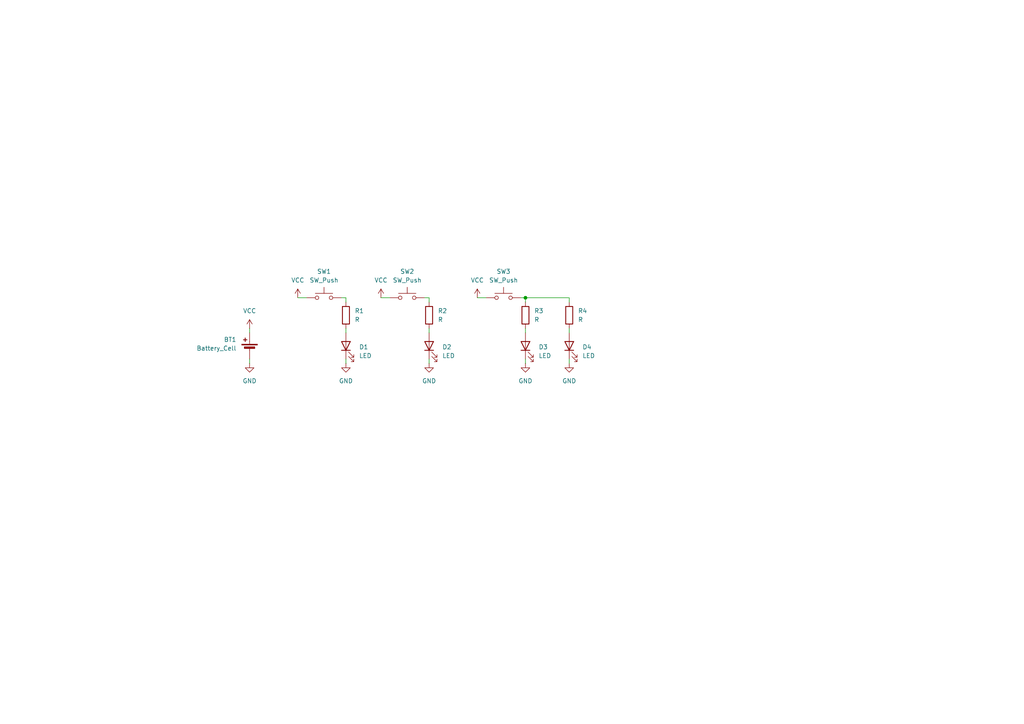
<source format=kicad_sch>
(kicad_sch (version 20250114) (generator "eeschema") (generator_version "9.0")
  (paper "A4")
  (lib_symbols
    (symbol "Device:Battery_Cell" (pin_numbers (hide yes)) (pin_names (offset 0) (hide yes))
      (property "Reference" "BT" (at 2.54 2.54 0))
      (property "Value" "Battery_Cell" (at 2.54 0 0))
      (symbol "Battery_Cell_0_1"
        (rectangle (start -2.286 1.778) (end 2.286 1.524) (fill (type outline)))
        (rectangle (start -1.524 1.016) (end 1.524 0.508) (fill (type outline)))
        (polyline (pts (xy 0 1.778) (xy 0 2.54)))
        (polyline (pts (xy 0 0.762) (xy 0 0)))
        (polyline (pts (xy 0.762 3.048) (xy 1.778 3.048)) (stroke (width 0.254)))
        (polyline (pts (xy 1.27 3.556) (xy 1.27 2.54)) (stroke (width 0.254)))
      )
      (symbol "Battery_Cell_1_1"
        (pin passive line (at 0 5.08 270) (length 2.54) (name "+") (number "1"))
        (pin passive line (at 0 -2.54 90) (length 2.54) (name "-") (number "2"))
      )
    )
    (symbol "Device:LED" (pin_numbers (hide yes)) (pin_names (offset 1.016) (hide yes))
      (property "Reference" "D" (at 0 2.54 0))
      (property "Value" "LED" (at 0 -2.54 0))
      (symbol "LED_0_1"
        (polyline (pts (xy -3.048 -0.762) (xy -4.572 -2.286) (xy -3.81 -2.286) (xy -4.572 -2.286) (xy -4.572 -1.524)))
        (polyline (pts (xy -1.778 -0.762) (xy -3.302 -2.286) (xy -2.54 -2.286) (xy -3.302 -2.286) (xy -3.302 -1.524)))
        (polyline (pts (xy -1.27 0) (xy 1.27 0)))
        (polyline (pts (xy -1.27 -1.27) (xy -1.27 1.27)) (stroke (width 0.254)))
        (polyline (pts (xy 1.27 -1.27) (xy 1.27 1.27) (xy -1.27 0) (xy 1.27 -1.27)) (stroke (width 0.254)))
      )
      (symbol "LED_1_1"
        (pin passive line (at -3.81 0 0) (length 2.54) (name "K") (number "1"))
        (pin passive line (at 3.81 0 180) (length 2.54) (name "A") (number "2"))
      )
    )
    (symbol "Device:R" (pin_numbers (hide yes)) (pin_names (offset 0))
      (property "Reference" "R" (at 2.032 0 90))
      (property "Value" "R" (at 0 0 90))
      (symbol "R_0_1"
        (rectangle (start -1.016 -2.54) (end 1.016 2.54) (stroke (width 0.254)))
      )
      (symbol "R_1_1"
        (pin passive line (at 0 3.81 270) (length 1.27) (name "~") (number "1"))
        (pin passive line (at 0 -3.81 90) (length 1.27) (name "~") (number "2"))
      )
    )
    (symbol "Switch:SW_Push" (pin_numbers (hide yes)) (pin_names (offset 1.016) (hide yes))
      (property "Reference" "SW" (at 1.27 2.54 0))
      (property "Value" "SW_Push" (at 0 -1.524 0))
      (symbol "SW_Push_0_1"
        (circle (center -2.032 0) (radius 0.508))
        (polyline (pts (xy 0 1.27) (xy 0 3.048)))
        (circle (center 2.032 0) (radius 0.508))
        (polyline (pts (xy 2.54 1.27) (xy -2.54 1.27)))
        (pin passive line (at -5.08 0 0) (length 2.54) (name "1") (number "1"))
        (pin passive line (at 5.08 0 180) (length 2.54) (name "2") (number "2"))
      )
    )
    (symbol "power:GND" (power) (pin_numbers (hide yes)) (pin_names (offset 0) (hide yes))
      (property "Value" "GND" (at 0 -3.81 0))
      (symbol "GND_0_1"
        (polyline (pts (xy 0 0) (xy 0 -1.27) (xy 1.27 -1.27) (xy 0 -2.54) (xy -1.27 -1.27) (xy 0 -1.27)))
      )
      (symbol "GND_1_1"
        (pin power_in line (at 0 0 270) (length 0) (name "~") (number "1"))
      )
    )
    (symbol "power:VCC" (power) (pin_numbers (hide yes)) (pin_names (offset 0) (hide yes))
      (property "Value" "VCC" (at 0 3.556 0))
      (symbol "VCC_0_1"
        (polyline (pts (xy -0.762 1.27) (xy 0 2.54)))
        (polyline (pts (xy 0 2.54) (xy 0.762 1.27)))
        (polyline (pts (xy 0 0) (xy 0 2.54)))
      )
      (symbol "VCC_1_1"
        (pin power_in line (at 0 0 90) (length 0) (name "~") (number "1"))
      )
    )
  )
  (junction (at 152.4 86.36))
  (wire (pts (xy 152.4 95.25) (xy 152.4 96.52)))
  (wire (pts (xy 138.43 86.36) (xy 140.97 86.36)))
  (wire (pts (xy 165.1 86.36) (xy 152.4 86.36)))
  (wire (pts (xy 152.4 104.14) (xy 152.4 105.41)))
  (wire (pts (xy 72.39 104.14) (xy 72.39 105.41)))
  (wire (pts (xy 110.49 86.36) (xy 113.03 86.36)))
  (wire (pts (xy 123.19 86.36) (xy 124.46 86.36)))
  (wire (pts (xy 124.46 95.25) (xy 124.46 96.52)))
  (wire (pts (xy 72.39 95.25) (xy 72.39 96.52)))
  (wire (pts (xy 100.33 104.14) (xy 100.33 105.41)))
  (wire (pts (xy 86.36 86.36) (xy 88.9 86.36)))
  (wire (pts (xy 124.46 86.36) (xy 124.46 87.63)))
  (wire (pts (xy 165.1 87.63) (xy 165.1 86.36)))
  (wire (pts (xy 100.33 86.36) (xy 100.33 87.63)))
  (wire (pts (xy 165.1 104.14) (xy 165.1 105.41)))
  (wire (pts (xy 151.13 86.36) (xy 152.4 86.36)))
  (wire (pts (xy 124.46 104.14) (xy 124.46 105.41)))
  (wire (pts (xy 99.06 86.36) (xy 100.33 86.36)))
  (wire (pts (xy 152.4 86.36) (xy 152.4 87.63)))
  (wire (pts (xy 100.33 95.25) (xy 100.33 96.52)))
  (wire (pts (xy 165.1 96.52) (xy 165.1 95.25)))
  (symbol (lib_id "Switch:SW_Push") (at 93.98 86.36 0) (unit 1)
    (property "Reference" "SW1" (at 93.98 78.74 0))
    (property "Value" "SW_Push" (at 93.98 81.28 0))
    (property "Footprint" "Button_Switch_THT:SW_PUSH_6mm" (effects (hide yes)))
    (property "Description" "Push button switch, generic, two pins" (effects (hide yes)))
  )
  (symbol (lib_id "Switch:SW_Push") (at 118.11 86.36 0) (unit 1)
    (property "Reference" "SW2" (at 118.11 78.74 0))
    (property "Value" "SW_Push" (at 118.11 81.28 0))
    (property "Footprint" "Button_Switch_THT:SW_PUSH_6mm" (effects (hide yes)))
    (property "Description" "Push button switch, generic, two pins" (effects (hide yes)))
  )
  (symbol (lib_id "power:VCC") (at 110.49 86.36 0) (unit 1)
    (property "Reference" "#PWR07" (effects (hide yes)))
    (property "Value" "VCC" (at 110.49 81.28 0))
    (property "Description" "Power symbol creates a global label with name \"VCC\"" (effects (hide yes)))
  )
  (symbol (lib_id "power:GND") (at 100.33 105.41 0) (unit 1)
    (property "Reference" "#PWR03" (effects (hide yes)))
    (property "Value" "GND" (at 100.33 110.49 0))
    (property "Description" "Power symbol creates a global label with name \"GND\" , ground" (effects (hide yes)))
  )
  (symbol (lib_id "power:VCC") (at 72.39 95.25 0) (unit 1)
    (property "Reference" "#PWR02" (effects (hide yes)))
    (property "Value" "VCC" (at 72.39 90.17 0))
    (property "Description" "Power symbol creates a global label with name \"VCC\"" (effects (hide yes)))
  )
  (symbol (lib_id "Device:R") (at 165.1 91.44 0) (unit 1)
    (property "Reference" "R4" (at 167.64 90.1699 0) (effects (justify left)))
    (property "Value" "R" (at 167.64 92.7099 0) (effects (justify left)))
    (property "Footprint" "Resistor_THT:R_Axial_DIN0207_L6.3mm_D2.5mm_P7.62mm_Horizontal" (effects (hide yes)))
    (property "Description" "Resistor" (effects (hide yes)))
  )
  (symbol (lib_id "power:GND") (at 165.1 105.41 0) (unit 1)
    (property "Reference" "#PWR06" (effects (hide yes)))
    (property "Value" "GND" (at 165.1 110.49 0))
    (property "Description" "Power symbol creates a global label with name \"GND\" , ground" (effects (hide yes)))
  )
  (symbol (lib_id "power:GND") (at 124.46 105.41 0) (unit 1)
    (property "Reference" "#PWR04" (effects (hide yes)))
    (property "Value" "GND" (at 124.46 110.49 0))
    (property "Description" "Power symbol creates a global label with name \"GND\" , ground" (effects (hide yes)))
  )
  (symbol (lib_id "Device:R") (at 124.46 91.44 0) (unit 1)
    (property "Reference" "R2" (at 127 90.1699 0) (effects (justify left)))
    (property "Value" "R" (at 127 92.7099 0) (effects (justify left)))
    (property "Footprint" "Resistor_THT:R_Axial_DIN0207_L6.3mm_D2.5mm_P7.62mm_Horizontal" (effects (hide yes)))
    (property "Description" "Resistor" (effects (hide yes)))
  )
  (symbol (lib_id "Switch:SW_Push") (at 146.05 86.36 0) (unit 1)
    (property "Reference" "SW3" (at 146.05 78.74 0))
    (property "Value" "SW_Push" (at 146.05 81.28 0))
    (property "Footprint" "Button_Switch_THT:SW_PUSH_6mm" (effects (hide yes)))
    (property "Description" "Push button switch, generic, two pins" (effects (hide yes)))
  )
  (symbol (lib_id "power:GND") (at 152.4 105.41 0) (unit 1)
    (property "Reference" "#PWR05" (effects (hide yes)))
    (property "Value" "GND" (at 152.4 110.49 0))
    (property "Description" "Power symbol creates a global label with name \"GND\" , ground" (effects (hide yes)))
  )
  (symbol (lib_id "Device:LED") (at 152.4 100.33 90) (unit 1)
    (property "Reference" "D3" (at 156.21 100.6474 90) (effects (justify right)))
    (property "Value" "LED" (at 156.21 103.1874 90) (effects (justify right)))
    (property "Footprint" "LED_THT:LED_D3.0mm" (effects (hide yes)))
    (property "Description" "Light emitting diode" (effects (hide yes)))
    (property "Sim.Pins" "1=K 2=A" (effects (hide yes)))
  )
  (symbol (lib_id "Device:LED") (at 165.1 100.33 90) (unit 1)
    (property "Reference" "D4" (at 168.91 100.6474 90) (effects (justify right)))
    (property "Value" "LED" (at 168.91 103.1874 90) (effects (justify right)))
    (property "Footprint" "LED_THT:LED_D3.0mm" (effects (hide yes)))
    (property "Description" "Light emitting diode" (effects (hide yes)))
    (property "Sim.Pins" "1=K 2=A" (effects (hide yes)))
  )
  (symbol (lib_id "Device:R") (at 100.33 91.44 0) (unit 1)
    (property "Reference" "R1" (at 102.87 90.1699 0) (effects (justify left)))
    (property "Value" "R" (at 102.87 92.7099 0) (effects (justify left)))
    (property "Footprint" "Resistor_THT:R_Axial_DIN0207_L6.3mm_D2.5mm_P7.62mm_Horizontal" (effects (hide yes)))
    (property "Description" "Resistor" (effects (hide yes)))
  )
  (symbol (lib_id "power:GND") (at 72.39 105.41 0) (unit 1)
    (property "Reference" "#PWR01" (effects (hide yes)))
    (property "Value" "GND" (at 72.39 110.49 0))
    (property "Description" "Power symbol creates a global label with name \"GND\" , ground" (effects (hide yes)))
  )
  (symbol (lib_id "Device:LED") (at 124.46 100.33 90) (unit 1)
    (property "Reference" "D2" (at 128.27 100.6474 90) (effects (justify right)))
    (property "Value" "LED" (at 128.27 103.1874 90) (effects (justify right)))
    (property "Footprint" "LED_THT:LED_D3.0mm" (effects (hide yes)))
    (property "Description" "Light emitting diode" (effects (hide yes)))
    (property "Sim.Pins" "1=K 2=A" (effects (hide yes)))
  )
  (symbol (lib_id "Device:R") (at 152.4 91.44 0) (unit 1)
    (property "Reference" "R3" (at 154.94 90.1699 0) (effects (justify left)))
    (property "Value" "R" (at 154.94 92.7099 0) (effects (justify left)))
    (property "Footprint" "Resistor_THT:R_Axial_DIN0207_L6.3mm_D2.5mm_P7.62mm_Horizontal" (effects (hide yes)))
    (property "Description" "Resistor" (effects (hide yes)))
  )
  (symbol (lib_id "power:VCC") (at 86.36 86.36 0) (unit 1)
    (property "Reference" "#PWR09" (effects (hide yes)))
    (property "Value" "VCC" (at 86.36 81.28 0))
    (property "Description" "Power symbol creates a global label with name \"VCC\"" (effects (hide yes)))
  )
  (symbol (lib_id "Device:Battery_Cell") (at 72.39 101.6 0) (mirror y) (unit 1)
    (property "Reference" "BT1" (at 68.58 98.4884 0) (effects (justify left)))
    (property "Value" "Battery_Cell" (at 68.58 101.0284 0) (effects (justify left)))
    (property "Footprint" "Battery:BatteryHolder_Multicomp_BC-2001_1x2032" (effects (hide yes)))
    (property "Description" "Single-cell battery" (effects (hide yes)))
  )
  (symbol (lib_id "Device:LED") (at 100.33 100.33 90) (unit 1)
    (property "Reference" "D1" (at 104.14 100.6474 90) (effects (justify right)))
    (property "Value" "LED" (at 104.14 103.1874 90) (effects (justify right)))
    (property "Footprint" "LED_THT:LED_D3.0mm" (effects (hide yes)))
    (property "Description" "Light emitting diode" (effects (hide yes)))
    (property "Sim.Pins" "1=K 2=A" (effects (hide yes)))
  )
  (symbol (lib_id "power:VCC") (at 138.43 86.36 0) (unit 1)
    (property "Reference" "#PWR08" (effects (hide yes)))
    (property "Value" "VCC" (at 138.43 81.28 0))
    (property "Description" "Power symbol creates a global label with name \"VCC\"" (effects (hide yes)))
  )
)
</source>
